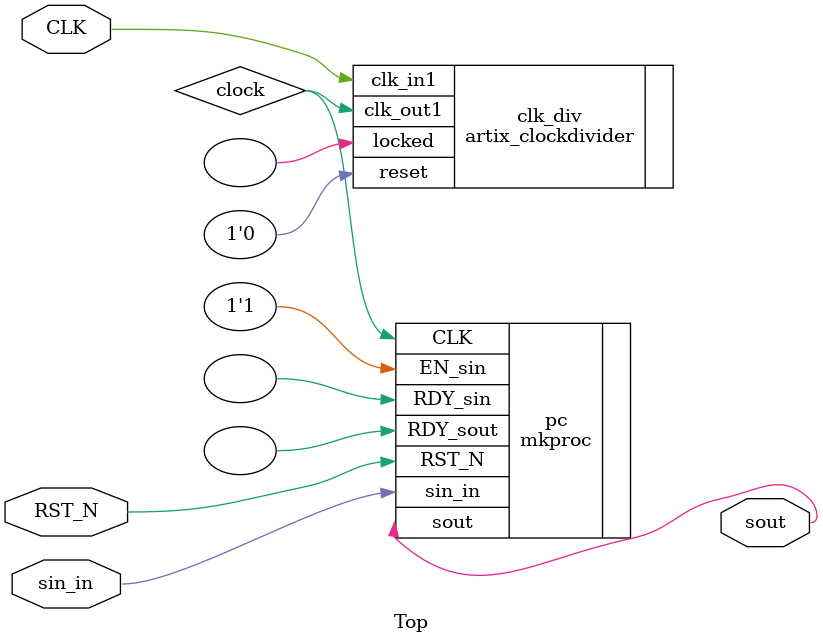
<source format=v>
`timescale 1ns / 1ps
module Top(
    input CLK,
    input RST_N,
    input sin_in,
    output sout
    );
mkproc pc(.CLK(clock),
		       .RST_N(RST_N),
				 .EN_sin(1'b1),
		       .sin_in(sin_in),
				 .RDY_sout(),
				 .RDY_sin(),
		       .sout(sout));
				 
artix_clockdivider clk_div
 ( .clk_in1(CLK),
  .clk_out1(clock),
  .reset(1'b0),
  .locked());
endmodule

</source>
